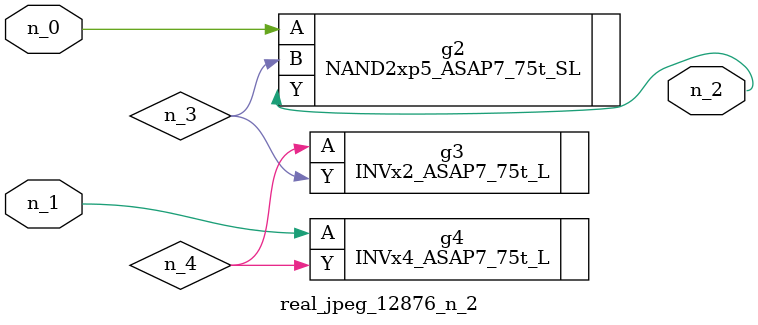
<source format=v>
module real_jpeg_12876_n_2 (n_1, n_0, n_2);

input n_1;
input n_0;

output n_2;

wire n_4;
wire n_3;

NAND2xp5_ASAP7_75t_SL g2 ( 
.A(n_0),
.B(n_3),
.Y(n_2)
);

INVx4_ASAP7_75t_L g4 ( 
.A(n_1),
.Y(n_4)
);

INVx2_ASAP7_75t_L g3 ( 
.A(n_4),
.Y(n_3)
);


endmodule
</source>
